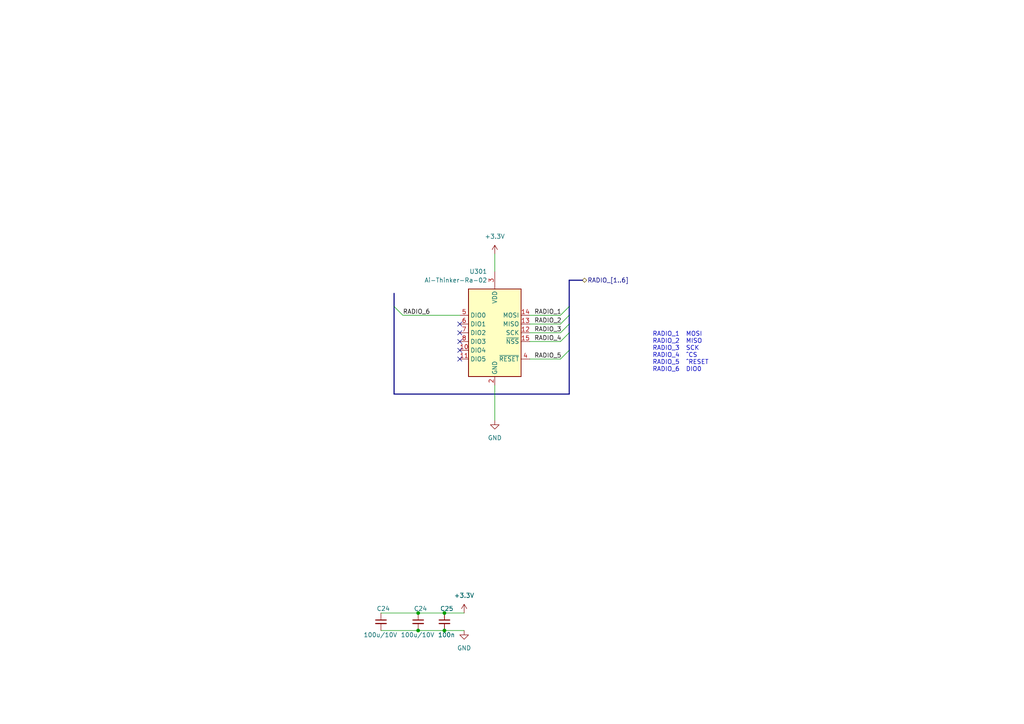
<source format=kicad_sch>
(kicad_sch (version 20241209) (generator "eeschema") (generator_version "9.0")
  (paper "A4")
  (lib_symbols
    (symbol "Device:C_Small" (pin_numbers (hide yes)) (pin_names (offset 0.254) (hide yes))
      (property "Reference" "C" (at 0.254 1.778 0))
      (property "Value" "C_Small" (at 0.254 -2.032 0))
      (symbol "C_Small_0_1"
        (polyline (pts (xy -1.524 0.508) (xy 1.524 0.508)) (stroke (width 0.3048)))
        (polyline (pts (xy -1.524 -0.508) (xy 1.524 -0.508)) (stroke (width 0.3302)))
      )
      (symbol "C_Small_1_1"
        (pin passive line (at 0 2.54 270) (length 2.032) (name "~") (number "1"))
        (pin passive line (at 0 -2.54 90) (length 2.032) (name "~") (number "2"))
      )
    )
    (symbol "RF_Module:Ai-Thinker-Ra-02"
      (property "Reference" "U" (at 2.54 19.05 0))
      (property "Value" "Ai-Thinker-Ra-02" (at 13.97 -15.24 0))
      (symbol "Ai-Thinker-Ra-02_0_1"
        (rectangle (start -7.62 12.7) (end 7.62 -12.7) (stroke (width 0.254)) (fill (type background)))
      )
      (symbol "Ai-Thinker-Ra-02_1_1"
        (pin input line (at -10.16 5.08 0) (length 2.54) (name "MOSI") (number "14"))
        (pin output line (at -10.16 2.54 0) (length 2.54) (name "MISO") (number "13"))
        (pin input line (at -10.16 0 0) (length 2.54) (name "SCK") (number "12"))
        (pin input line (at -10.16 -2.54 0) (length 2.54) (name "~{NSS}") (number "15"))
        (pin input line (at -10.16 -7.62 0) (length 2.54) (name "~{RESET}") (number "4"))
        (pin power_in line (at 0 17.78 270) (length 5.08) (name "VDD") (number "3"))
        (pin passive line (at 0 -15.24 90) (length 2.54) (hide yes) (name "GND") (number "1"))
        (pin passive line (at 0 -15.24 90) (length 2.54) (hide yes) (name "GND") (number "16"))
        (pin power_in line (at 0 -15.24 90) (length 2.54) (name "GND") (number "2"))
        (pin passive line (at 0 -15.24 90) (length 2.54) (hide yes) (name "GND") (number "9"))
        (pin bidirectional line (at 10.16 5.08 180) (length 2.54) (name "DIO0") (number "5"))
        (pin bidirectional line (at 10.16 2.54 180) (length 2.54) (name "DIO1") (number "6"))
        (pin bidirectional line (at 10.16 0 180) (length 2.54) (name "DIO2") (number "7"))
        (pin bidirectional line (at 10.16 -2.54 180) (length 2.54) (name "DIO3") (number "8"))
        (pin bidirectional line (at 10.16 -5.08 180) (length 2.54) (name "DIO4") (number "10"))
        (pin bidirectional line (at 10.16 -7.62 180) (length 2.54) (name "DIO5") (number "11"))
      )
    )
    (symbol "power:+3.3V" (power) (pin_names (offset 0))
      (property "Value" "+3.3V" (at 0 3.556 0))
      (symbol "+3.3V_0_1"
        (polyline (pts (xy -0.762 1.27) (xy 0 2.54)))
        (polyline (pts (xy 0 2.54) (xy 0.762 1.27)))
        (polyline (pts (xy 0 0) (xy 0 2.54)))
      )
      (symbol "+3.3V_1_1"
        (pin power_in line (at 0 0 90) (length 0) (hide yes) (name "+3.3V") (number "1"))
      )
    )
    (symbol "power:GND" (power) (pin_names (offset 0))
      (property "Value" "GND" (at 0 -3.81 0))
      (symbol "GND_0_1"
        (polyline (pts (xy 0 0) (xy 0 -1.27) (xy 1.27 -1.27) (xy 0 -2.54) (xy -1.27 -1.27) (xy 0 -1.27)))
      )
      (symbol "GND_1_1"
        (pin power_in line (at 0 0 270) (length 0) (hide yes) (name "GND") (number "1"))
      )
    )
  )
  (text "RADIO_1  MOSI\nRADIO_2  MISO\nRADIO_3  SCK\nRADIO_4  ^CS\nRADIO_5  ^RESET\nRADIO_6  DIO0" (at 189.23 107.95 0) (effects (font (size 1.27 1.27)) (justify left bottom)))
  (junction (at 128.905 182.88))
  (junction (at 121.285 177.8))
  (junction (at 128.905 177.8))
  (junction (at 121.285 182.88))
  (no_connect (at 133.35 99.06))
  (no_connect (at 133.35 93.98))
  (no_connect (at 133.35 101.6))
  (no_connect (at 133.35 104.14))
  (no_connect (at 133.35 96.52))
  (bus_entry (at 162.56 93.98) (size 2.54 -2.54))
  (bus_entry (at 162.56 104.14) (size 2.54 -2.54))
  (bus_entry (at 114.3 88.9) (size 2.54 2.54))
  (bus_entry (at 162.56 99.06) (size 2.54 -2.54))
  (bus_entry (at 162.56 96.52) (size 2.54 -2.54))
  (bus_entry (at 162.56 91.44) (size 2.54 -2.54))
  (wire (pts (xy 134.62 182.88) (xy 128.905 182.88)))
  (bus (pts (xy 165.1 101.6) (xy 165.1 96.52)))
  (wire (pts (xy 110.49 182.88) (xy 121.285 182.88)))
  (bus (pts (xy 165.1 96.52) (xy 165.1 93.98)))
  (wire (pts (xy 143.51 73.66) (xy 143.51 78.74)))
  (wire (pts (xy 153.67 104.14) (xy 162.56 104.14)))
  (bus (pts (xy 165.1 93.98) (xy 165.1 91.44)))
  (wire (pts (xy 153.67 96.52) (xy 162.56 96.52)))
  (bus (pts (xy 165.1 81.28) (xy 168.91 81.28)))
  (bus (pts (xy 165.1 101.6) (xy 165.1 114.3)))
  (wire (pts (xy 121.285 182.88) (xy 128.905 182.88)))
  (wire (pts (xy 116.84 91.44) (xy 133.35 91.44)))
  (wire (pts (xy 110.49 177.8) (xy 121.285 177.8)))
  (wire (pts (xy 143.51 121.92) (xy 143.51 111.76)))
  (bus (pts (xy 165.1 91.44) (xy 165.1 88.9)))
  (wire (pts (xy 134.62 177.8) (xy 128.905 177.8)))
  (bus (pts (xy 114.3 88.9) (xy 114.3 114.3)))
  (wire (pts (xy 153.67 99.06) (xy 162.56 99.06)))
  (wire (pts (xy 121.285 177.8) (xy 128.905 177.8)))
  (wire (pts (xy 153.67 91.44) (xy 162.56 91.44)))
  (bus (pts (xy 165.1 114.3) (xy 114.3 114.3)))
  (bus (pts (xy 165.1 88.9) (xy 165.1 81.28)))
  (bus (pts (xy 114.3 85.09) (xy 114.3 88.9)))
  (wire (pts (xy 153.67 93.98) (xy 162.56 93.98)))
  (label "RADIO_2" (at 154.94 93.98 0))
  (label "RADIO_1" (at 154.94 91.44 0))
  (label "RADIO_4" (at 154.94 99.06 0))
  (label "RADIO_6" (at 116.84 91.44 0))
  (label "RADIO_3" (at 154.94 96.52 0))
  (label "RADIO_5" (at 154.94 104.14 0))
  (hierarchical_label "RADIO_[1..6]" (shape bidirectional) (at 168.91 81.28 0))
  (symbol (lib_id "Device:C_Small") (at 121.285 180.34 0) (unit 1)
    (property "Reference" "C302" (at 120.015 176.53 0) (effects (justify left)))
    (property "Value" "100u/10V" (at 116.205 184.15 0) (effects (justify left)))
    (property "Footprint" "Capacitor_SMD:C_1210_3225Metric" (effects (hide yes)))
    (property "LCSC" "C23742" (effects (hide yes)))
    (instances (project "NIKOLA-02-E-001_PCAScannerController_R1" (path "" (reference "C24") (unit 1))) (project "Robobuoy-Top-V2_0" (path "" (reference "C302") (unit 1))))
  )
  (symbol (lib_id "RF_Module:Ai-Thinker-Ra-02") (at 143.51 96.52 0) (mirror y) (unit 1)
    (property "Reference" "U301" (at 141.3159 78.74 0) (effects (justify left)))
    (property "Value" "Ai-Thinker-Ra-02" (at 141.3159 81.28 0) (effects (justify left)))
    (property "Footprint" "A_Module:Ai-Thinker-Ra-02-LoRa" (effects (hide yes)))
    (property "Datasheet" "http://wiki.ai-thinker.com/_media/lora/docs/c048ps01a1_ra-02_product_specification_v1.1.pdf" (effects (hide yes)))
    (property "Description" "Ai-Thinker Ra-02 410-525 MHz LoRa Module, SPI interface, U.FL antenna connector" (effects (hide yes)))
    (property "LCSC" "C90039" (effects (hide yes)))
  )
  (symbol (lib_id "power:+3.3V") (at 143.51 73.66 0) (unit 1)
    (property "Reference" "#PWR0303" (effects (hide yes)))
    (property "Value" "+3.3V" (at 143.51 68.58 0))
  )
  (symbol (lib_id "power:GND") (at 134.62 182.88 0) (unit 1)
    (property "Reference" "#PWR0302" (effects (hide yes)))
    (property "Value" "GND" (at 134.62 187.96 0))
  )
  (symbol (lib_id "Device:C_Small") (at 110.49 180.34 0) (unit 1)
    (property "Reference" "C301" (at 109.22 176.53 0) (effects (justify left)))
    (property "Value" "100u/10V" (at 105.41 184.15 0) (effects (justify left)))
    (property "Footprint" "Capacitor_SMD:C_1210_3225Metric" (effects (hide yes)))
    (property "LCSC" "C23742" (effects (hide yes)))
    (instances (project "NIKOLA-02-E-001_PCAScannerController_R1" (path "" (reference "C24") (unit 1))) (project "Robobuoy-Top-V2_0" (path "" (reference "C301") (unit 1))))
  )
  (symbol (lib_id "power:+3.3V") (at 134.62 177.8 0) (unit 1)
    (property "Reference" "#PWR0301" (effects (hide yes)))
    (property "Value" "+3.3V" (at 134.62 172.72 0))
  )
  (symbol (lib_id "power:GND") (at 143.51 121.92 0) (unit 1)
    (property "Reference" "#PWR0304" (effects (hide yes)))
    (property "Value" "GND" (at 143.51 127 0))
  )
  (symbol (lib_id "Device:C_Small") (at 128.905 180.34 0) (unit 1)
    (property "Reference" "C303" (at 127.635 176.53 0) (effects (justify left)))
    (property "Value" "100n" (at 127 184.15 0) (effects (justify left)))
    (property "Footprint" "A_Device:C_0603" (effects (hide yes)))
    (property "LCSC" "C14663" (effects (hide yes)))
    (instances (project "NIKOLA-02-E-001_PCAScannerController_R1" (path "" (reference "C25") (unit 1))) (project "Robobuoy-Top-V2_0" (path "" (reference "C303") (unit 1))))
  )
)
</source>
